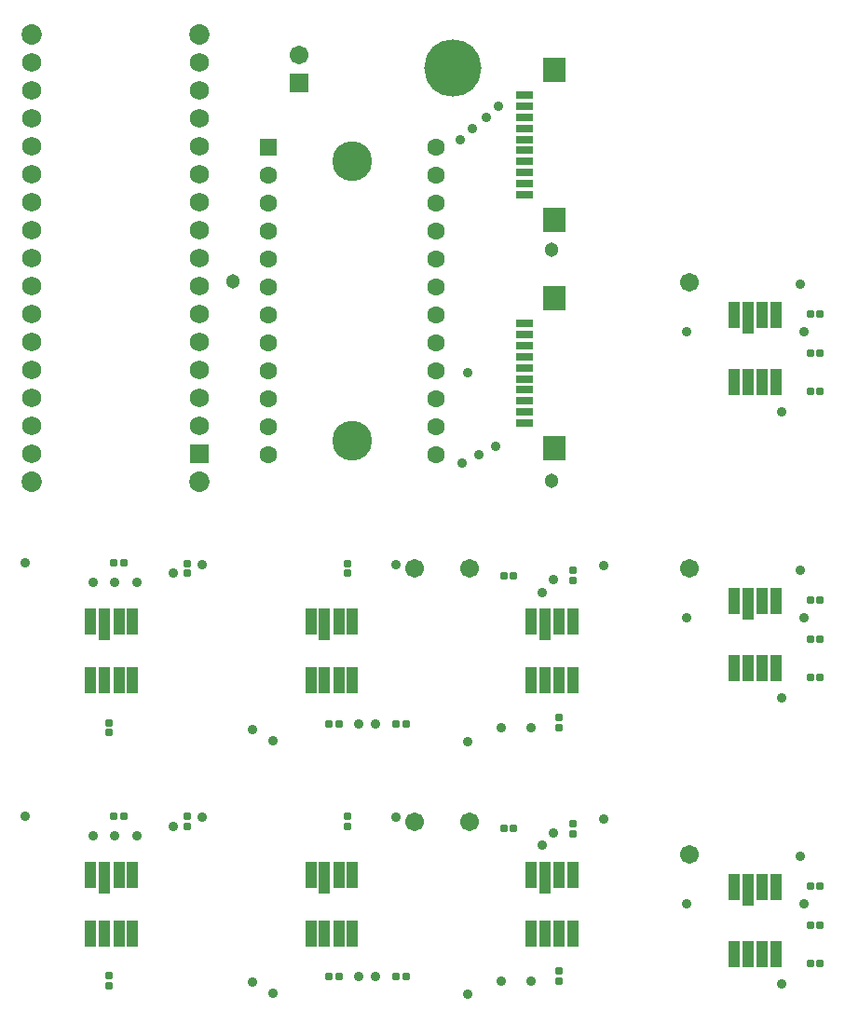
<source format=gbr>
%TF.GenerationSoftware,Altium Limited,Altium Designer,24.3.1 (35)*%
G04 Layer_Color=8388736*
%FSLAX45Y45*%
%MOMM*%
%TF.SameCoordinates,065391E9-2A1D-4ECE-AA0D-878B158C5FC5*%
%TF.FilePolarity,Negative*%
%TF.FileFunction,Soldermask,Top*%
%TF.Part,CustomerPanel*%
G01*
G75*
%TA.AperFunction,SMDPad,CuDef*%
%ADD34R,2.00320X2.20320*%
%ADD35R,1.50320X0.80320*%
G04:AMPARAMS|DCode=36|XSize=0.7532mm|YSize=0.7032mm|CornerRadius=0.1641mm|HoleSize=0mm|Usage=FLASHONLY|Rotation=0.000|XOffset=0mm|YOffset=0mm|HoleType=Round|Shape=RoundedRectangle|*
%AMROUNDEDRECTD36*
21,1,0.75320,0.37500,0,0,0.0*
21,1,0.42500,0.70320,0,0,0.0*
1,1,0.32820,0.21250,-0.18750*
1,1,0.32820,-0.21250,-0.18750*
1,1,0.32820,-0.21250,0.18750*
1,1,0.32820,0.21250,0.18750*
%
%ADD36ROUNDEDRECTD36*%
G04:AMPARAMS|DCode=37|XSize=0.7532mm|YSize=0.7032mm|CornerRadius=0.1641mm|HoleSize=0mm|Usage=FLASHONLY|Rotation=270.000|XOffset=0mm|YOffset=0mm|HoleType=Round|Shape=RoundedRectangle|*
%AMROUNDEDRECTD37*
21,1,0.75320,0.37500,0,0,270.0*
21,1,0.42500,0.70320,0,0,270.0*
1,1,0.32820,-0.18750,-0.21250*
1,1,0.32820,-0.18750,0.21250*
1,1,0.32820,0.18750,0.21250*
1,1,0.32820,0.18750,-0.21250*
%
%ADD37ROUNDEDRECTD37*%
%ADD38R,1.10320X2.45320*%
%ADD39R,1.10320X3.00320*%
%TA.AperFunction,ComponentPad*%
%ADD40C,1.71120*%
%ADD41R,1.71120X1.71120*%
%ADD42C,1.85420*%
%ADD43C,1.72720*%
%ADD44R,1.72720X1.72720*%
%ADD45C,3.61600*%
%ADD46C,1.60800*%
%ADD47R,1.60800X1.60800*%
%TA.AperFunction,ViaPad*%
%ADD48C,1.30320*%
%ADD49C,5.20320*%
%ADD50C,0.90320*%
%ADD51C,1.70320*%
D34*
X4927600Y7120001D02*
D03*
Y8479999D02*
D03*
Y6405000D02*
D03*
Y5045003D02*
D03*
D35*
X4652599Y8250002D02*
D03*
Y8150002D02*
D03*
Y8050002D02*
D03*
Y7950002D02*
D03*
Y7850002D02*
D03*
Y7750003D02*
D03*
Y7649998D02*
D03*
Y7549998D02*
D03*
Y7449998D02*
D03*
Y7349998D02*
D03*
Y5275000D02*
D03*
Y5374999D02*
D03*
Y5474999D02*
D03*
Y5574999D02*
D03*
Y5675004D02*
D03*
Y5775004D02*
D03*
Y5875003D02*
D03*
Y5975003D02*
D03*
Y6075003D02*
D03*
Y6175003D02*
D03*
D36*
X876300Y158201D02*
D03*
Y248199D02*
D03*
X1587498Y1695997D02*
D03*
Y1606000D02*
D03*
X876300Y2458201D02*
D03*
Y2548199D02*
D03*
X1587498Y3995997D02*
D03*
Y3906000D02*
D03*
X3041400Y1606001D02*
D03*
Y1696004D02*
D03*
Y3906001D02*
D03*
Y3996004D02*
D03*
X5092200Y1632499D02*
D03*
Y1542501D02*
D03*
X4966600Y203200D02*
D03*
Y293197D02*
D03*
X5092200Y3932499D02*
D03*
Y3842501D02*
D03*
X4966600Y2503200D02*
D03*
Y2593197D02*
D03*
D37*
X920196Y1699300D02*
D03*
X1010199D02*
D03*
X920196Y3999300D02*
D03*
X1010199D02*
D03*
X3574999Y241300D02*
D03*
X3485001D02*
D03*
X2875202D02*
D03*
X2965200D02*
D03*
X3574999Y2541300D02*
D03*
X3485001D02*
D03*
X2875202D02*
D03*
X2965200D02*
D03*
X7250401Y1066800D02*
D03*
X7340399D02*
D03*
X7340404Y361200D02*
D03*
X7250401D02*
D03*
X7340399Y711200D02*
D03*
X7250401D02*
D03*
Y3666800D02*
D03*
X7340399D02*
D03*
X7340404Y2961200D02*
D03*
X7250401D02*
D03*
X7340399Y3311200D02*
D03*
X7250401D02*
D03*
Y6266800D02*
D03*
X7340399D02*
D03*
X7340404Y5561200D02*
D03*
X7250401D02*
D03*
X7340399Y5911200D02*
D03*
X7250401D02*
D03*
X4552999Y1587500D02*
D03*
X4463001D02*
D03*
X4552999Y3887500D02*
D03*
X4463001D02*
D03*
D38*
X711581Y634228D02*
D03*
X836585D02*
D03*
X966582D02*
D03*
X1091585D02*
D03*
X711581Y1169228D02*
D03*
X966582D02*
D03*
X1091585D02*
D03*
X711581Y2934228D02*
D03*
X836585D02*
D03*
X966582D02*
D03*
X1091585D02*
D03*
X711581Y3469228D02*
D03*
X966582D02*
D03*
X1091585D02*
D03*
X2709884Y632526D02*
D03*
X2834883D02*
D03*
X2964885D02*
D03*
X3089884D02*
D03*
X2709884Y1167526D02*
D03*
X2964885D02*
D03*
X3089884D02*
D03*
X2709884Y2932526D02*
D03*
X2834883D02*
D03*
X2964885D02*
D03*
X3089884D02*
D03*
X2709884Y3467526D02*
D03*
X2964885D02*
D03*
X3089884D02*
D03*
X6558800Y444500D02*
D03*
X6939800Y1054100D02*
D03*
X6812800D02*
D03*
X6558800D02*
D03*
X6685800Y444500D02*
D03*
X6812800D02*
D03*
X6939800D02*
D03*
X6558800Y3044500D02*
D03*
X6939800Y3654100D02*
D03*
X6812800D02*
D03*
X6558800D02*
D03*
X6685800Y3044500D02*
D03*
X6812800D02*
D03*
X6939800D02*
D03*
X6558800Y5644500D02*
D03*
X6939800Y6254100D02*
D03*
X6812800D02*
D03*
X6558800D02*
D03*
X6685800Y5644500D02*
D03*
X6812800D02*
D03*
X6939800D02*
D03*
X4711581Y634228D02*
D03*
X4836584D02*
D03*
X4966582D02*
D03*
X5091585D02*
D03*
X4711581Y1169228D02*
D03*
X4966582D02*
D03*
X5091585D02*
D03*
X4711581Y2934228D02*
D03*
X4836584D02*
D03*
X4966582D02*
D03*
X5091585D02*
D03*
X4711581Y3469228D02*
D03*
X4966582D02*
D03*
X5091585D02*
D03*
D39*
X836585Y1141730D02*
D03*
Y3441730D02*
D03*
X2834883Y1140028D02*
D03*
Y3440028D02*
D03*
X6685800Y1028700D02*
D03*
Y3628700D02*
D03*
Y6228700D02*
D03*
X4836584Y1141730D02*
D03*
Y3441730D02*
D03*
D40*
X2603500Y8614800D02*
D03*
D41*
Y8364800D02*
D03*
D42*
X1701800Y8806001D02*
D03*
X177800D02*
D03*
Y4742001D02*
D03*
X1701800D02*
D03*
D43*
X177800Y4996001D02*
D03*
Y5250001D02*
D03*
Y5504001D02*
D03*
Y5758001D02*
D03*
Y6012001D02*
D03*
Y6266001D02*
D03*
Y6520001D02*
D03*
Y6774001D02*
D03*
Y7028001D02*
D03*
Y7282001D02*
D03*
Y7536001D02*
D03*
Y7790001D02*
D03*
Y8044001D02*
D03*
Y8298001D02*
D03*
Y8552001D02*
D03*
X1701800D02*
D03*
Y8298001D02*
D03*
Y8044001D02*
D03*
Y7790001D02*
D03*
Y7536001D02*
D03*
Y7282001D02*
D03*
Y7028001D02*
D03*
Y6774001D02*
D03*
Y6520001D02*
D03*
Y6266001D02*
D03*
Y6012001D02*
D03*
Y5758001D02*
D03*
Y5504001D02*
D03*
Y5250001D02*
D03*
D44*
Y4996001D02*
D03*
D45*
X3086100Y5109600D02*
D03*
Y7649600D02*
D03*
D46*
X3848100Y7776600D02*
D03*
Y7522600D02*
D03*
Y7268600D02*
D03*
Y7014600D02*
D03*
Y6760600D02*
D03*
Y6506600D02*
D03*
Y6252600D02*
D03*
Y5998600D02*
D03*
Y5744600D02*
D03*
Y5490600D02*
D03*
Y5236600D02*
D03*
Y4982600D02*
D03*
X2324100D02*
D03*
Y5236600D02*
D03*
Y5490600D02*
D03*
Y5744600D02*
D03*
Y5998600D02*
D03*
Y6252600D02*
D03*
Y6506600D02*
D03*
Y6760600D02*
D03*
Y7014600D02*
D03*
Y7268600D02*
D03*
Y7522600D02*
D03*
D47*
Y7776600D02*
D03*
D48*
X4900000Y4750000D02*
D03*
Y6850000D02*
D03*
X2006600Y6557400D02*
D03*
D49*
X4000000Y8500000D02*
D03*
D50*
X4069412Y7850000D02*
D03*
X4182127Y7950000D02*
D03*
X4419600Y8150000D02*
D03*
X4305300Y8050000D02*
D03*
X4241800Y4982600D02*
D03*
X4140200Y5731900D02*
D03*
X4394200Y5058800D02*
D03*
X4089400Y4906400D02*
D03*
X1130000Y1524000D02*
D03*
X930000D02*
D03*
X730000D02*
D03*
X1460500Y1610599D02*
D03*
X114300Y1701800D02*
D03*
X1724601Y1689100D02*
D03*
X1130000Y3824000D02*
D03*
X930000D02*
D03*
X730000D02*
D03*
X1460500Y3910598D02*
D03*
X114300Y4001800D02*
D03*
X1724601Y3989100D02*
D03*
X3143000Y241300D02*
D03*
X3295400D02*
D03*
X2177800Y190500D02*
D03*
X2368300Y88900D02*
D03*
X3485900Y1689100D02*
D03*
X3143000Y2541300D02*
D03*
X3295400D02*
D03*
X2177800Y2490500D02*
D03*
X2368300Y2388900D02*
D03*
X3485900Y3989100D02*
D03*
X6990600Y177800D02*
D03*
X7193800Y901700D02*
D03*
X7155700Y1333500D02*
D03*
X6127000Y901700D02*
D03*
X6990600Y2777800D02*
D03*
X7193800Y3501700D02*
D03*
X7155700Y3933500D02*
D03*
X6127000Y3501700D02*
D03*
X6990600Y5377800D02*
D03*
X7193800Y6101700D02*
D03*
X7155700Y6533500D02*
D03*
X6127000Y6101700D02*
D03*
X4812800Y1435100D02*
D03*
X4444500Y203200D02*
D03*
X4711600D02*
D03*
X4138902Y78740D02*
D03*
X5371600Y1676400D02*
D03*
X4914400Y1549400D02*
D03*
X4812800Y3735100D02*
D03*
X4444500Y2503200D02*
D03*
X4711600D02*
D03*
X4138902Y2378740D02*
D03*
X5371600Y3976400D02*
D03*
X4914400Y3849400D02*
D03*
D51*
X3649999Y1649999D02*
D03*
Y3949999D02*
D03*
X6150000Y1350000D02*
D03*
Y3950000D02*
D03*
Y6550000D02*
D03*
X4150000Y1650000D02*
D03*
Y3950000D02*
D03*
%TF.MD5,f35bb47a4fc31bd71e9694c59d516317*%
M02*

</source>
